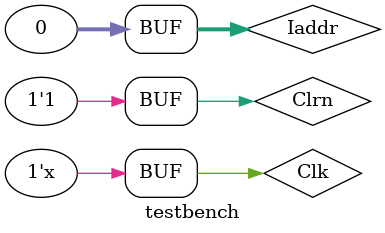
<source format=v>
`timescale 1ns / 1ps


module testbench();
    reg Clrn,Clk;
    wire [31:0]Inst,Dread,Daddr,Dwrite;
    wire [31:0]Iaddr=32'h00000000;
    wire Wmem;
    INSTMEM inst1(.Addr(Iaddr),.Inst(Inst));
    CPU cpu1(.Inst(Inst),.Clrn(Clrn),.Clk(Clk),.Dread(Dread),.Iaddr(Iaddr),.Wmem(Wmem),.Daddr(Daddr),.Dwrite(Dwrite));
    DATAMEM data1(.We(Wmem),.Addr(Daddr),.Din(Dwrite),.Clk(Clk),.Dout(Dread));
    initial begin
    Clrn = 1'b1;
    Clk = 1'b0;
    end
    always begin
    #10 Clk = ~Clk;
    end
endmodule

</source>
